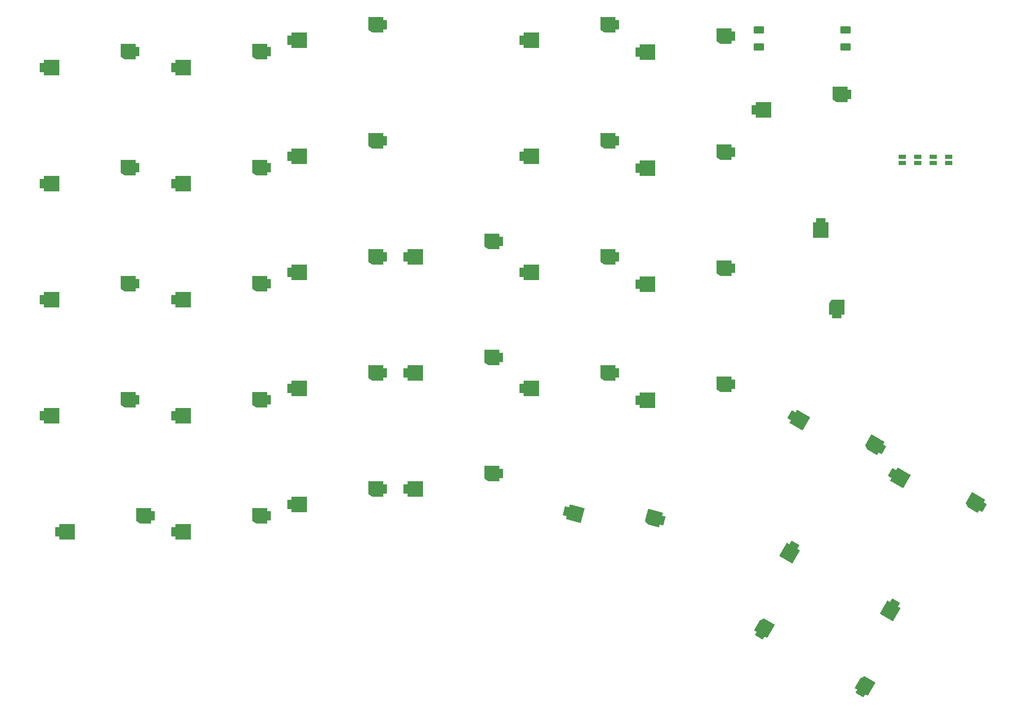
<source format=gbp>
G04 #@! TF.GenerationSoftware,KiCad,Pcbnew,(6.0.10)*
G04 #@! TF.CreationDate,2023-01-27T21:23:07+07:00*
G04 #@! TF.ProjectId,redox_rev1,7265646f-785f-4726-9576-312e6b696361,1.0*
G04 #@! TF.SameCoordinates,Original*
G04 #@! TF.FileFunction,Paste,Bot*
G04 #@! TF.FilePolarity,Positive*
%FSLAX46Y46*%
G04 Gerber Fmt 4.6, Leading zero omitted, Abs format (unit mm)*
G04 Created by KiCad (PCBNEW (6.0.10)) date 2023-01-27 21:23:07*
%MOMM*%
%LPD*%
G01*
G04 APERTURE LIST*
G04 Aperture macros list*
%AMRoundRect*
0 Rectangle with rounded corners*
0 $1 Rounding radius*
0 $2 $3 $4 $5 $6 $7 $8 $9 X,Y pos of 4 corners*
0 Add a 4 corners polygon primitive as box body*
4,1,4,$2,$3,$4,$5,$6,$7,$8,$9,$2,$3,0*
0 Add four circle primitives for the rounded corners*
1,1,$1+$1,$2,$3*
1,1,$1+$1,$4,$5*
1,1,$1+$1,$6,$7*
1,1,$1+$1,$8,$9*
0 Add four rect primitives between the rounded corners*
20,1,$1+$1,$2,$3,$4,$5,0*
20,1,$1+$1,$4,$5,$6,$7,0*
20,1,$1+$1,$6,$7,$8,$9,0*
20,1,$1+$1,$8,$9,$2,$3,0*%
%AMFreePoly0*
4,1,24,2.113450,1.244429,2.127735,1.241603,2.727735,0.841603,2.730600,0.837325,2.735355,0.835355,2.740927,0.821903,2.749028,0.809806,2.748029,0.804757,2.750000,0.800000,2.750000,-1.200000,2.735355,-1.235355,2.700000,-1.250000,0.300000,-1.250000,0.264645,-1.235355,0.250000,-1.200000,0.250000,-0.750000,-0.350000,-0.750000,-0.350000,0.750000,0.250000,0.750000,0.250000,1.200000,
0.264645,1.235355,0.300000,1.250000,2.100000,1.250000,2.113450,1.244429,2.113450,1.244429,$1*%
%AMFreePoly1*
4,1,17,-0.364645,1.235355,-0.350000,1.200000,-0.350000,0.750000,0.350000,0.750000,0.350000,-0.750000,-0.350000,-0.750000,-0.350000,-1.200000,-0.364645,-1.235355,-0.400000,-1.250000,-2.800000,-1.250000,-2.835355,-1.235355,-2.850000,-1.200000,-2.850000,1.200000,-2.835355,1.235355,-2.800000,1.250000,-0.400000,1.250000,-0.364645,1.235355,-0.364645,1.235355,$1*%
G04 Aperture macros list end*
%ADD10RoundRect,0.250000X-0.625000X0.375000X-0.625000X-0.375000X0.625000X-0.375000X0.625000X0.375000X0*%
%ADD11FreePoly0,180.000000*%
%ADD12FreePoly1,180.000000*%
%ADD13FreePoly0,60.000000*%
%ADD14FreePoly1,60.000000*%
%ADD15R,1.143000X0.635000*%
%ADD16FreePoly0,150.000000*%
%ADD17FreePoly1,150.000000*%
%ADD18FreePoly0,90.000000*%
%ADD19FreePoly1,90.000000*%
%ADD20FreePoly0,165.000000*%
%ADD21FreePoly1,165.000000*%
G04 APERTURE END LIST*
D10*
X214884000Y-58036000D03*
X214884000Y-60836000D03*
X200660000Y-58036000D03*
X200660000Y-60836000D03*
D11*
X98640000Y-80625000D03*
D12*
X82940000Y-83225000D03*
D11*
X120230000Y-118725000D03*
D12*
X104530000Y-121325000D03*
D11*
X158330000Y-92690000D03*
D12*
X142630000Y-95290000D03*
D11*
X120230000Y-80625000D03*
D12*
X104530000Y-83225000D03*
D11*
X177380000Y-57130000D03*
D12*
X161680000Y-59730000D03*
D11*
X120230000Y-61575000D03*
D12*
X104530000Y-64175000D03*
D13*
X200841730Y-157375383D03*
D14*
X206440064Y-142478784D03*
D11*
X120230000Y-137775000D03*
D12*
X104530000Y-140375000D03*
D11*
X158330000Y-111740000D03*
D12*
X142630000Y-114340000D03*
D11*
X158330000Y-130790000D03*
D12*
X142630000Y-133390000D03*
D15*
X226695000Y-78874620D03*
X226695000Y-79875380D03*
D11*
X196430000Y-78085000D03*
D12*
X180730000Y-80685000D03*
D11*
X98640000Y-118725000D03*
D12*
X82940000Y-121325000D03*
D11*
X139280000Y-76180000D03*
D12*
X123580000Y-78780000D03*
D11*
X196430000Y-59035000D03*
D12*
X180730000Y-61635000D03*
D11*
X196430000Y-116185000D03*
D12*
X180730000Y-118785000D03*
D16*
X237385383Y-136343270D03*
D17*
X222488784Y-130744936D03*
D16*
X220875383Y-126818270D03*
D17*
X205978784Y-121219936D03*
D11*
X177380000Y-95230000D03*
D12*
X161680000Y-97830000D03*
D11*
X98640000Y-61575000D03*
D12*
X82940000Y-64175000D03*
D11*
X139280000Y-57130000D03*
D12*
X123580000Y-59730000D03*
D15*
X229235000Y-78874620D03*
X229235000Y-79875380D03*
D11*
X196430000Y-97135000D03*
D12*
X180730000Y-99735000D03*
D11*
X177380000Y-76180000D03*
D12*
X161680000Y-78780000D03*
D11*
X177380000Y-114280000D03*
D12*
X161680000Y-116880000D03*
D11*
X120230000Y-99675000D03*
D12*
X104530000Y-102275000D03*
D11*
X139280000Y-114280000D03*
D12*
X123580000Y-116880000D03*
D18*
X213380000Y-104990000D03*
D19*
X210780000Y-89290000D03*
D11*
X215480000Y-68560000D03*
D12*
X199780000Y-71160000D03*
D11*
X139280000Y-133330000D03*
D12*
X123580000Y-135930000D03*
D11*
X101180000Y-137775000D03*
D12*
X85480000Y-140375000D03*
D11*
X98640000Y-99675000D03*
D12*
X82940000Y-102275000D03*
D15*
X224155000Y-78874620D03*
X224155000Y-79875380D03*
D20*
X184804643Y-138542275D03*
D21*
X168966678Y-136990224D03*
D15*
X231775000Y-78874620D03*
X231775000Y-79875380D03*
D13*
X217351730Y-166900383D03*
D14*
X222950064Y-152003784D03*
D11*
X139280000Y-95230000D03*
D12*
X123580000Y-97830000D03*
M02*

</source>
